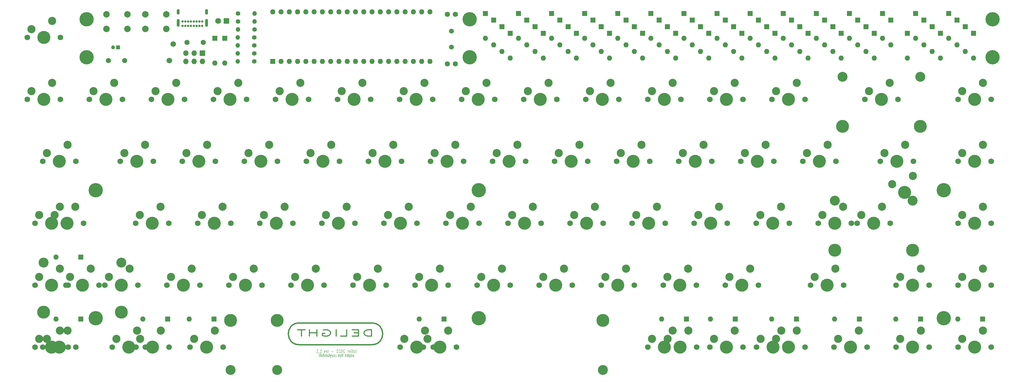
<source format=gbs>
G04 #@! TF.GenerationSoftware,KiCad,Pcbnew,(5.1.10)-1*
G04 #@! TF.CreationDate,2021-10-13T00:14:03-04:00*
G04 #@! TF.ProjectId,delight-pcb,64656c69-6768-4742-9d70-63622e6b6963,rev?*
G04 #@! TF.SameCoordinates,Original*
G04 #@! TF.FileFunction,Soldermask,Bot*
G04 #@! TF.FilePolarity,Negative*
%FSLAX46Y46*%
G04 Gerber Fmt 4.6, Leading zero omitted, Abs format (unit mm)*
G04 Created by KiCad (PCBNEW (5.1.10)-1) date 2021-10-13 00:14:03*
%MOMM*%
%LPD*%
G01*
G04 APERTURE LIST*
%ADD10C,0.125000*%
%ADD11C,0.350000*%
%ADD12C,0.400000*%
%ADD13C,1.710000*%
%ADD14O,1.600000X1.600000*%
%ADD15R,1.600000X1.600000*%
%ADD16C,4.400000*%
%ADD17C,3.048000*%
%ADD18C,3.987800*%
%ADD19C,1.750000*%
%ADD20C,4.000000*%
%ADD21C,2.500000*%
%ADD22O,1.400000X1.400000*%
%ADD23C,1.400000*%
%ADD24C,1.200000*%
%ADD25R,1.200000X1.200000*%
%ADD26C,1.600000*%
%ADD27C,1.500000*%
%ADD28C,1.800000*%
%ADD29R,1.800000X1.800000*%
%ADD30O,1.700000X1.700000*%
%ADD31R,1.700000X1.700000*%
%ADD32C,2.000000*%
%ADD33O,0.900000X1.700000*%
%ADD34O,0.900000X2.400000*%
%ADD35C,0.700000*%
G04 APERTURE END LIST*
D10*
X169238761Y-185364380D02*
X169238761Y-184840571D01*
X169262571Y-184745333D01*
X169310190Y-184697714D01*
X169405428Y-184697714D01*
X169453047Y-184745333D01*
X169238761Y-185316761D02*
X169286380Y-185364380D01*
X169405428Y-185364380D01*
X169453047Y-185316761D01*
X169476857Y-185221523D01*
X169476857Y-185126285D01*
X169453047Y-185031047D01*
X169405428Y-184983428D01*
X169286380Y-184983428D01*
X169238761Y-184935809D01*
X168786380Y-185364380D02*
X168786380Y-184364380D01*
X168786380Y-185316761D02*
X168834000Y-185364380D01*
X168929238Y-185364380D01*
X168976857Y-185316761D01*
X169000666Y-185269142D01*
X169024476Y-185173904D01*
X169024476Y-184888190D01*
X169000666Y-184792952D01*
X168976857Y-184745333D01*
X168929238Y-184697714D01*
X168834000Y-184697714D01*
X168786380Y-184745333D01*
X168334000Y-185364380D02*
X168334000Y-184840571D01*
X168357809Y-184745333D01*
X168405428Y-184697714D01*
X168500666Y-184697714D01*
X168548285Y-184745333D01*
X168334000Y-185316761D02*
X168381619Y-185364380D01*
X168500666Y-185364380D01*
X168548285Y-185316761D01*
X168572095Y-185221523D01*
X168572095Y-185126285D01*
X168548285Y-185031047D01*
X168500666Y-184983428D01*
X168381619Y-184983428D01*
X168334000Y-184935809D01*
X168095904Y-184697714D02*
X168095904Y-185697714D01*
X168095904Y-184745333D02*
X168048285Y-184697714D01*
X167953047Y-184697714D01*
X167905428Y-184745333D01*
X167881619Y-184792952D01*
X167857809Y-184888190D01*
X167857809Y-185173904D01*
X167881619Y-185269142D01*
X167905428Y-185316761D01*
X167953047Y-185364380D01*
X168048285Y-185364380D01*
X168095904Y-185316761D01*
X167714952Y-184697714D02*
X167524476Y-184697714D01*
X167643523Y-184364380D02*
X167643523Y-185221523D01*
X167619714Y-185316761D01*
X167572095Y-185364380D01*
X167524476Y-185364380D01*
X167167333Y-185316761D02*
X167214952Y-185364380D01*
X167310190Y-185364380D01*
X167357809Y-185316761D01*
X167381619Y-185221523D01*
X167381619Y-184840571D01*
X167357809Y-184745333D01*
X167310190Y-184697714D01*
X167214952Y-184697714D01*
X167167333Y-184745333D01*
X167143523Y-184840571D01*
X167143523Y-184935809D01*
X167381619Y-185031047D01*
X166714952Y-185364380D02*
X166714952Y-184364380D01*
X166714952Y-185316761D02*
X166762571Y-185364380D01*
X166857809Y-185364380D01*
X166905428Y-185316761D01*
X166929238Y-185269142D01*
X166953047Y-185173904D01*
X166953047Y-184888190D01*
X166929238Y-184792952D01*
X166905428Y-184745333D01*
X166857809Y-184697714D01*
X166762571Y-184697714D01*
X166714952Y-184745333D01*
X166167333Y-184697714D02*
X165976857Y-184697714D01*
X166095904Y-185364380D02*
X166095904Y-184507238D01*
X166072095Y-184412000D01*
X166024476Y-184364380D01*
X165976857Y-184364380D01*
X165810190Y-185364380D02*
X165810190Y-184697714D01*
X165810190Y-184888190D02*
X165786380Y-184792952D01*
X165762571Y-184745333D01*
X165714952Y-184697714D01*
X165667333Y-184697714D01*
X165429238Y-185364380D02*
X165476857Y-185316761D01*
X165500666Y-185269142D01*
X165524476Y-185173904D01*
X165524476Y-184888190D01*
X165500666Y-184792952D01*
X165476857Y-184745333D01*
X165429238Y-184697714D01*
X165357809Y-184697714D01*
X165310190Y-184745333D01*
X165286380Y-184792952D01*
X165262571Y-184888190D01*
X165262571Y-185173904D01*
X165286380Y-185269142D01*
X165310190Y-185316761D01*
X165357809Y-185364380D01*
X165429238Y-185364380D01*
X165048285Y-185364380D02*
X165048285Y-184697714D01*
X165048285Y-184792952D02*
X165024476Y-184745333D01*
X164976857Y-184697714D01*
X164905428Y-184697714D01*
X164857809Y-184745333D01*
X164834000Y-184840571D01*
X164834000Y-185364380D01*
X164834000Y-184840571D02*
X164810190Y-184745333D01*
X164762571Y-184697714D01*
X164691142Y-184697714D01*
X164643523Y-184745333D01*
X164619714Y-184840571D01*
X164619714Y-185364380D01*
X163786380Y-185316761D02*
X163834000Y-185364380D01*
X163929238Y-185364380D01*
X163976857Y-185316761D01*
X164000666Y-185269142D01*
X164024476Y-185173904D01*
X164024476Y-184888190D01*
X164000666Y-184792952D01*
X163976857Y-184745333D01*
X163929238Y-184697714D01*
X163834000Y-184697714D01*
X163786380Y-184745333D01*
X163500666Y-185364380D02*
X163548285Y-185316761D01*
X163572095Y-185269142D01*
X163595904Y-185173904D01*
X163595904Y-184888190D01*
X163572095Y-184792952D01*
X163548285Y-184745333D01*
X163500666Y-184697714D01*
X163429238Y-184697714D01*
X163381619Y-184745333D01*
X163357809Y-184792952D01*
X163334000Y-184888190D01*
X163334000Y-185173904D01*
X163357809Y-185269142D01*
X163381619Y-185316761D01*
X163429238Y-185364380D01*
X163500666Y-185364380D01*
X163143523Y-185316761D02*
X163095904Y-185364380D01*
X163000666Y-185364380D01*
X162953047Y-185316761D01*
X162929238Y-185221523D01*
X162929238Y-185173904D01*
X162953047Y-185078666D01*
X163000666Y-185031047D01*
X163072095Y-185031047D01*
X163119714Y-184983428D01*
X163143523Y-184888190D01*
X163143523Y-184840571D01*
X163119714Y-184745333D01*
X163072095Y-184697714D01*
X163000666Y-184697714D01*
X162953047Y-184745333D01*
X162524476Y-185316761D02*
X162572095Y-185364380D01*
X162667333Y-185364380D01*
X162714952Y-185316761D01*
X162738761Y-185221523D01*
X162738761Y-184840571D01*
X162714952Y-184745333D01*
X162667333Y-184697714D01*
X162572095Y-184697714D01*
X162524476Y-184745333D01*
X162500666Y-184840571D01*
X162500666Y-184935809D01*
X162738761Y-185031047D01*
X162334000Y-184697714D02*
X162214952Y-185364380D01*
X162095904Y-184697714D02*
X162214952Y-185364380D01*
X162262571Y-185602476D01*
X162286380Y-185650095D01*
X162334000Y-185697714D01*
X161976857Y-184697714D02*
X161786380Y-184697714D01*
X161905428Y-185364380D02*
X161905428Y-184507238D01*
X161881619Y-184412000D01*
X161834000Y-184364380D01*
X161786380Y-184364380D01*
X161405428Y-185364380D02*
X161405428Y-184840571D01*
X161429238Y-184745333D01*
X161476857Y-184697714D01*
X161572095Y-184697714D01*
X161619714Y-184745333D01*
X161405428Y-185316761D02*
X161453047Y-185364380D01*
X161572095Y-185364380D01*
X161619714Y-185316761D01*
X161643523Y-185221523D01*
X161643523Y-185126285D01*
X161619714Y-185031047D01*
X161572095Y-184983428D01*
X161453047Y-184983428D01*
X161405428Y-184935809D01*
X161167333Y-184697714D02*
X161167333Y-185364380D01*
X161167333Y-184792952D02*
X161143523Y-184745333D01*
X161095904Y-184697714D01*
X161024476Y-184697714D01*
X160976857Y-184745333D01*
X160953047Y-184840571D01*
X160953047Y-185364380D01*
X160714952Y-184697714D02*
X160714952Y-185364380D01*
X160714952Y-184792952D02*
X160691142Y-184745333D01*
X160643523Y-184697714D01*
X160572095Y-184697714D01*
X160524476Y-184745333D01*
X160500666Y-184840571D01*
X160500666Y-185364380D01*
X160262571Y-185364380D02*
X160262571Y-184697714D01*
X160262571Y-184364380D02*
X160286380Y-184412000D01*
X160262571Y-184459619D01*
X160238761Y-184412000D01*
X160262571Y-184364380D01*
X160262571Y-184459619D01*
X160095904Y-184697714D02*
X159905428Y-184697714D01*
X160024476Y-184364380D02*
X160024476Y-185221523D01*
X160000666Y-185316761D01*
X159953047Y-185364380D01*
X159905428Y-185364380D01*
X159524476Y-184697714D02*
X159524476Y-185364380D01*
X159738761Y-184697714D02*
X159738761Y-185221523D01*
X159714952Y-185316761D01*
X159667333Y-185364380D01*
X159595904Y-185364380D01*
X159548285Y-185316761D01*
X159524476Y-185269142D01*
X159357809Y-184697714D02*
X159167333Y-184697714D01*
X159286380Y-184364380D02*
X159286380Y-185221523D01*
X159262571Y-185316761D01*
X159214952Y-185364380D01*
X159167333Y-185364380D01*
X159072095Y-184697714D02*
X158881619Y-184697714D01*
X159000666Y-184364380D02*
X159000666Y-185221523D01*
X158976857Y-185316761D01*
X158929238Y-185364380D01*
X158881619Y-185364380D01*
X158714952Y-185364380D02*
X158714952Y-184697714D01*
X158714952Y-184364380D02*
X158738761Y-184412000D01*
X158714952Y-184459619D01*
X158691142Y-184412000D01*
X158714952Y-184364380D01*
X158714952Y-184459619D01*
X170048285Y-184094380D02*
X170119714Y-184046761D01*
X170155428Y-183951523D01*
X170155428Y-183094380D01*
X169655428Y-184094380D02*
X169726857Y-184046761D01*
X169762571Y-183999142D01*
X169798285Y-183903904D01*
X169798285Y-183618190D01*
X169762571Y-183522952D01*
X169726857Y-183475333D01*
X169655428Y-183427714D01*
X169548285Y-183427714D01*
X169476857Y-183475333D01*
X169441142Y-183522952D01*
X169405428Y-183618190D01*
X169405428Y-183903904D01*
X169441142Y-183999142D01*
X169476857Y-184046761D01*
X169548285Y-184094380D01*
X169655428Y-184094380D01*
X169191142Y-183427714D02*
X168905428Y-183427714D01*
X169084000Y-183094380D02*
X169084000Y-183951523D01*
X169048285Y-184046761D01*
X168976857Y-184094380D01*
X168905428Y-184094380D01*
X168655428Y-184094380D02*
X168655428Y-183427714D01*
X168655428Y-183094380D02*
X168691142Y-183142000D01*
X168655428Y-183189619D01*
X168619714Y-183142000D01*
X168655428Y-183094380D01*
X168655428Y-183189619D01*
X168012571Y-184046761D02*
X168084000Y-184094380D01*
X168226857Y-184094380D01*
X168298285Y-184046761D01*
X168334000Y-183951523D01*
X168334000Y-183570571D01*
X168298285Y-183475333D01*
X168226857Y-183427714D01*
X168084000Y-183427714D01*
X168012571Y-183475333D01*
X167976857Y-183570571D01*
X167976857Y-183665809D01*
X168334000Y-183761047D01*
X167655428Y-184094380D02*
X167655428Y-183427714D01*
X167655428Y-183618190D02*
X167619714Y-183522952D01*
X167584000Y-183475333D01*
X167512571Y-183427714D01*
X167441142Y-183427714D01*
X166655428Y-183189619D02*
X166619714Y-183142000D01*
X166548285Y-183094380D01*
X166369714Y-183094380D01*
X166298285Y-183142000D01*
X166262571Y-183189619D01*
X166226857Y-183284857D01*
X166226857Y-183380095D01*
X166262571Y-183522952D01*
X166691142Y-184094380D01*
X166226857Y-184094380D01*
X165762571Y-183094380D02*
X165691142Y-183094380D01*
X165619714Y-183142000D01*
X165584000Y-183189619D01*
X165548285Y-183284857D01*
X165512571Y-183475333D01*
X165512571Y-183713428D01*
X165548285Y-183903904D01*
X165584000Y-183999142D01*
X165619714Y-184046761D01*
X165691142Y-184094380D01*
X165762571Y-184094380D01*
X165834000Y-184046761D01*
X165869714Y-183999142D01*
X165905428Y-183903904D01*
X165941142Y-183713428D01*
X165941142Y-183475333D01*
X165905428Y-183284857D01*
X165869714Y-183189619D01*
X165834000Y-183142000D01*
X165762571Y-183094380D01*
X165226857Y-183189619D02*
X165191142Y-183142000D01*
X165119714Y-183094380D01*
X164941142Y-183094380D01*
X164869714Y-183142000D01*
X164834000Y-183189619D01*
X164798285Y-183284857D01*
X164798285Y-183380095D01*
X164834000Y-183522952D01*
X165262571Y-184094380D01*
X164798285Y-184094380D01*
X164084000Y-184094380D02*
X164512571Y-184094380D01*
X164298285Y-184094380D02*
X164298285Y-183094380D01*
X164369714Y-183237238D01*
X164441142Y-183332476D01*
X164512571Y-183380095D01*
X163191142Y-183713428D02*
X162619714Y-183713428D01*
X161691142Y-184094380D02*
X161691142Y-183427714D01*
X161691142Y-183618190D02*
X161655428Y-183522952D01*
X161619714Y-183475333D01*
X161548285Y-183427714D01*
X161476857Y-183427714D01*
X160941142Y-184046761D02*
X161012571Y-184094380D01*
X161155428Y-184094380D01*
X161226857Y-184046761D01*
X161262571Y-183951523D01*
X161262571Y-183570571D01*
X161226857Y-183475333D01*
X161155428Y-183427714D01*
X161012571Y-183427714D01*
X160941142Y-183475333D01*
X160905428Y-183570571D01*
X160905428Y-183665809D01*
X161262571Y-183761047D01*
X160655428Y-183427714D02*
X160476857Y-184094380D01*
X160298285Y-183427714D01*
X159048285Y-184094380D02*
X159476857Y-184094380D01*
X159262571Y-184094380D02*
X159262571Y-183094380D01*
X159334000Y-183237238D01*
X159405428Y-183332476D01*
X159476857Y-183380095D01*
X158726857Y-183999142D02*
X158691142Y-184046761D01*
X158726857Y-184094380D01*
X158762571Y-184046761D01*
X158726857Y-183999142D01*
X158726857Y-184094380D01*
X157976857Y-184094380D02*
X158405428Y-184094380D01*
X158191142Y-184094380D02*
X158191142Y-183094380D01*
X158262571Y-183237238D01*
X158334000Y-183332476D01*
X158405428Y-183380095D01*
D11*
X174878763Y-179016971D02*
X174878763Y-177016971D01*
X173926382Y-177016971D01*
X173354953Y-177112210D01*
X172974001Y-177302686D01*
X172783524Y-177493162D01*
X172593048Y-177874114D01*
X172593048Y-178159829D01*
X172783524Y-178540781D01*
X172974001Y-178731257D01*
X173354953Y-178921733D01*
X173926382Y-179016971D01*
X174878763Y-179016971D01*
X170878763Y-177969352D02*
X169545429Y-177969352D01*
X168974001Y-179016971D02*
X170878763Y-179016971D01*
X170878763Y-177016971D01*
X168974001Y-177016971D01*
X165354953Y-179016971D02*
X167259715Y-179016971D01*
X167259715Y-177016971D01*
X164021620Y-179016971D02*
X164021620Y-177016971D01*
X160021620Y-177112210D02*
X160402572Y-177016971D01*
X160974001Y-177016971D01*
X161545429Y-177112210D01*
X161926382Y-177302686D01*
X162116858Y-177493162D01*
X162307334Y-177874114D01*
X162307334Y-178159829D01*
X162116858Y-178540781D01*
X161926382Y-178731257D01*
X161545429Y-178921733D01*
X160974001Y-179016971D01*
X160593048Y-179016971D01*
X160021620Y-178921733D01*
X159831144Y-178826495D01*
X159831144Y-178159829D01*
X160593048Y-178159829D01*
X158116858Y-179016971D02*
X158116858Y-177016971D01*
X158116858Y-177969352D02*
X155831144Y-177969352D01*
X155831144Y-179016971D02*
X155831144Y-177016971D01*
X154497810Y-177016971D02*
X152212096Y-177016971D01*
X153354953Y-179016971D02*
X153354953Y-177016971D01*
D12*
X174941144Y-174952210D02*
X152661144Y-174952210D01*
X174961144Y-181632210D02*
X152661144Y-181632210D01*
X174971144Y-181632210D02*
G75*
G03*
X174971144Y-174952210I0J3340000D01*
G01*
X152671144Y-174952210D02*
G75*
G03*
X152671144Y-181632210I0J-3340000D01*
G01*
D13*
X113976000Y-89134000D03*
X112776000Y-94234000D03*
D14*
X354838000Y-173736000D03*
D15*
X362458000Y-173736000D03*
D14*
X335788000Y-173736000D03*
D15*
X343408000Y-173736000D03*
D14*
X316992000Y-173736000D03*
D15*
X324612000Y-173736000D03*
D14*
X297688000Y-173736000D03*
D15*
X305308000Y-173736000D03*
D14*
X278892000Y-173736000D03*
D15*
X286512000Y-173736000D03*
D14*
X263906000Y-173736000D03*
D15*
X271526000Y-173736000D03*
D14*
X189484000Y-173736000D03*
D15*
X197104000Y-173736000D03*
D14*
X118872000Y-173736000D03*
D15*
X126492000Y-173736000D03*
D14*
X104648000Y-173736000D03*
D15*
X112268000Y-173736000D03*
D14*
X77978000Y-173736000D03*
D15*
X85598000Y-173736000D03*
D14*
X77978000Y-154686000D03*
D15*
X85598000Y-154686000D03*
D16*
X207768000Y-173482000D03*
D17*
X98118000Y-156365000D03*
X74242000Y-156365000D03*
D18*
X98118000Y-171605000D03*
X74242000Y-171605000D03*
D17*
X340998000Y-137325000D03*
X317122000Y-137325000D03*
D18*
X340998000Y-152565000D03*
X317122000Y-152565000D03*
D17*
X343328000Y-99225000D03*
X319452000Y-99225000D03*
D18*
X343328000Y-114465000D03*
X319452000Y-114465000D03*
X145872000Y-174145000D03*
X245872000Y-174145000D03*
D17*
X145872000Y-189385000D03*
X245872000Y-189385000D03*
X245872000Y-189385000D03*
D18*
X131572000Y-174145000D03*
D17*
X131572000Y-189385000D03*
D18*
X245872000Y-174145000D03*
D19*
X336470000Y-106210000D03*
X326310000Y-106210000D03*
D20*
X331390000Y-106210000D03*
D21*
X333930000Y-101130000D03*
X327580000Y-103670000D03*
D19*
X288890000Y-182400000D03*
X278730000Y-182400000D03*
D20*
X283810000Y-182400000D03*
D21*
X286350000Y-177320000D03*
X280000000Y-179860000D03*
D19*
X303230000Y-182400000D03*
X293070000Y-182400000D03*
D20*
X298150000Y-182400000D03*
D21*
X300690000Y-177320000D03*
X294340000Y-179860000D03*
D19*
X274650000Y-182400000D03*
X264490000Y-182400000D03*
D20*
X269570000Y-182400000D03*
D21*
X272110000Y-177320000D03*
X265760000Y-179860000D03*
D19*
X269840000Y-182400000D03*
X259680000Y-182400000D03*
D20*
X264760000Y-182400000D03*
D21*
X267300000Y-177320000D03*
X260950000Y-179860000D03*
D19*
X129340000Y-182400000D03*
X119180000Y-182400000D03*
D20*
X124260000Y-182400000D03*
D21*
X126800000Y-177320000D03*
X120450000Y-179860000D03*
D19*
X105410000Y-182400000D03*
X95250000Y-182400000D03*
D20*
X100330000Y-182400000D03*
D21*
X102870000Y-177320000D03*
X96520000Y-179860000D03*
D19*
X112700000Y-182400000D03*
X102540000Y-182400000D03*
D20*
X107620000Y-182400000D03*
D21*
X110160000Y-177320000D03*
X103810000Y-179860000D03*
D19*
X319850000Y-163330000D03*
X309690000Y-163330000D03*
D20*
X314770000Y-163330000D03*
D21*
X317310000Y-158250000D03*
X310960000Y-160790000D03*
D19*
X334140000Y-144310000D03*
X323980000Y-144310000D03*
D20*
X329060000Y-144310000D03*
D21*
X331600000Y-139230000D03*
X325250000Y-141770000D03*
D20*
X338570000Y-134780000D03*
D21*
X341110000Y-129700000D03*
X334760000Y-132240000D03*
D19*
X341280000Y-125270000D03*
X331120000Y-125270000D03*
D20*
X336200000Y-125270000D03*
D21*
X338740000Y-120190000D03*
X332390000Y-122730000D03*
D19*
X81720000Y-182400000D03*
X71560000Y-182400000D03*
D20*
X76640000Y-182400000D03*
D21*
X79180000Y-177320000D03*
X72830000Y-179860000D03*
D19*
X84074000Y-182400000D03*
X73914000Y-182400000D03*
D20*
X78994000Y-182400000D03*
D21*
X81534000Y-177320000D03*
X75184000Y-179860000D03*
D19*
X91260000Y-163350000D03*
X81100000Y-163350000D03*
D20*
X86180000Y-163350000D03*
D21*
X88720000Y-158270000D03*
X82370000Y-160810000D03*
D19*
X81718000Y-163350000D03*
X71558000Y-163350000D03*
D20*
X76638000Y-163350000D03*
D21*
X79178000Y-158270000D03*
X72828000Y-160810000D03*
D19*
X86510000Y-144300000D03*
X76350000Y-144300000D03*
D20*
X81430000Y-144300000D03*
D21*
X83970000Y-139220000D03*
X77620000Y-141760000D03*
D19*
X81718000Y-144300000D03*
X71558000Y-144300000D03*
D20*
X76638000Y-144300000D03*
D21*
X79178000Y-139220000D03*
X72828000Y-141760000D03*
D19*
X84120000Y-125250000D03*
X73960000Y-125250000D03*
D20*
X79040000Y-125250000D03*
D21*
X81580000Y-120170000D03*
X75230000Y-122710000D03*
D19*
X250793250Y-106203750D03*
X240633250Y-106203750D03*
D20*
X245713250Y-106203750D03*
D21*
X248253250Y-101123750D03*
X241903250Y-103663750D03*
D19*
X136493250Y-106203750D03*
X126333250Y-106203750D03*
D20*
X131413250Y-106203750D03*
D21*
X133953250Y-101123750D03*
X127603250Y-103663750D03*
D19*
X322230750Y-144303750D03*
X312070750Y-144303750D03*
D20*
X317150750Y-144303750D03*
D21*
X319690750Y-139223750D03*
X313340750Y-141763750D03*
D19*
X103155750Y-163350000D03*
X92995750Y-163350000D03*
D20*
X98075750Y-163350000D03*
D21*
X100615750Y-158270000D03*
X94265750Y-160810000D03*
D19*
X193802000Y-182400000D03*
X183642000Y-182400000D03*
D20*
X188722000Y-182400000D03*
D21*
X191262000Y-177320000D03*
X184912000Y-179860000D03*
D19*
X307943250Y-106203750D03*
X297783250Y-106203750D03*
D20*
X302863250Y-106203750D03*
D21*
X305403250Y-101123750D03*
X299053250Y-103663750D03*
D19*
X146018250Y-125253750D03*
X135858250Y-125253750D03*
D20*
X140938250Y-125253750D03*
D21*
X143478250Y-120173750D03*
X137128250Y-122713750D03*
D19*
X79343250Y-106203750D03*
X69183250Y-106203750D03*
D20*
X74263250Y-106203750D03*
D21*
X76803250Y-101123750D03*
X70453250Y-103663750D03*
D19*
X98393250Y-106203750D03*
X88233250Y-106203750D03*
D20*
X93313250Y-106203750D03*
D21*
X95853250Y-101123750D03*
X89503250Y-103663750D03*
D19*
X117443250Y-106203750D03*
X107283250Y-106203750D03*
D20*
X112363250Y-106203750D03*
D21*
X114903250Y-101123750D03*
X108553250Y-103663750D03*
D19*
X155543250Y-106203750D03*
X145383250Y-106203750D03*
D20*
X150463250Y-106203750D03*
D21*
X153003250Y-101123750D03*
X146653250Y-103663750D03*
D19*
X174593250Y-106203750D03*
X164433250Y-106203750D03*
D20*
X169513250Y-106203750D03*
D21*
X172053250Y-101123750D03*
X165703250Y-103663750D03*
D19*
X193643250Y-106203750D03*
X183483250Y-106203750D03*
D20*
X188563250Y-106203750D03*
D21*
X191103250Y-101123750D03*
X184753250Y-103663750D03*
D19*
X212693250Y-106203750D03*
X202533250Y-106203750D03*
D20*
X207613250Y-106203750D03*
D21*
X210153250Y-101123750D03*
X203803250Y-103663750D03*
D19*
X231743250Y-106203750D03*
X221583250Y-106203750D03*
D20*
X226663250Y-106203750D03*
D21*
X229203250Y-101123750D03*
X222853250Y-103663750D03*
D19*
X269843250Y-106203750D03*
X259683250Y-106203750D03*
D20*
X264763250Y-106203750D03*
D21*
X267303250Y-101123750D03*
X260953250Y-103663750D03*
D19*
X288893250Y-106203750D03*
X278733250Y-106203750D03*
D20*
X283813250Y-106203750D03*
D21*
X286353250Y-101123750D03*
X280003250Y-103663750D03*
D19*
X365093250Y-106203750D03*
X354933250Y-106203750D03*
D20*
X360013250Y-106203750D03*
D21*
X362553250Y-101123750D03*
X356203250Y-103663750D03*
D19*
X107918250Y-125253750D03*
X97758250Y-125253750D03*
D20*
X102838250Y-125253750D03*
D21*
X105378250Y-120173750D03*
X99028250Y-122713750D03*
D19*
X126968250Y-125253750D03*
X116808250Y-125253750D03*
D20*
X121888250Y-125253750D03*
D21*
X124428250Y-120173750D03*
X118078250Y-122713750D03*
D19*
X165068250Y-125253750D03*
X154908250Y-125253750D03*
D20*
X159988250Y-125253750D03*
D21*
X162528250Y-120173750D03*
X156178250Y-122713750D03*
D19*
X184118250Y-125253750D03*
X173958250Y-125253750D03*
D20*
X179038250Y-125253750D03*
D21*
X181578250Y-120173750D03*
X175228250Y-122713750D03*
D19*
X203168250Y-125253750D03*
X193008250Y-125253750D03*
D20*
X198088250Y-125253750D03*
D21*
X200628250Y-120173750D03*
X194278250Y-122713750D03*
D19*
X222218250Y-125253750D03*
X212058250Y-125253750D03*
D20*
X217138250Y-125253750D03*
D21*
X219678250Y-120173750D03*
X213328250Y-122713750D03*
D19*
X241268250Y-125253750D03*
X231108250Y-125253750D03*
D20*
X236188250Y-125253750D03*
D21*
X238728250Y-120173750D03*
X232378250Y-122713750D03*
D19*
X260318250Y-125253750D03*
X250158250Y-125253750D03*
D20*
X255238250Y-125253750D03*
D21*
X257778250Y-120173750D03*
X251428250Y-122713750D03*
D19*
X279368250Y-125253750D03*
X269208250Y-125253750D03*
D20*
X274288250Y-125253750D03*
D21*
X276828250Y-120173750D03*
X270478250Y-122713750D03*
D19*
X298418250Y-125253750D03*
X288258250Y-125253750D03*
D20*
X293338250Y-125253750D03*
D21*
X295878250Y-120173750D03*
X289528250Y-122713750D03*
D19*
X317468250Y-125253750D03*
X307308250Y-125253750D03*
D20*
X312388250Y-125253750D03*
D21*
X314928250Y-120173750D03*
X308578250Y-122713750D03*
D19*
X365093250Y-125253750D03*
X354933250Y-125253750D03*
D20*
X360013250Y-125253750D03*
D21*
X362553250Y-120173750D03*
X356203250Y-122713750D03*
D19*
X112680750Y-144303750D03*
X102520750Y-144303750D03*
D20*
X107600750Y-144303750D03*
D21*
X110140750Y-139223750D03*
X103790750Y-141763750D03*
D19*
X131730750Y-144303750D03*
X121570750Y-144303750D03*
D20*
X126650750Y-144303750D03*
D21*
X129190750Y-139223750D03*
X122840750Y-141763750D03*
D19*
X150780750Y-144303750D03*
X140620750Y-144303750D03*
D20*
X145700750Y-144303750D03*
D21*
X148240750Y-139223750D03*
X141890750Y-141763750D03*
D19*
X169830250Y-144303750D03*
X159670250Y-144303750D03*
D20*
X164750250Y-144303750D03*
D21*
X167290250Y-139223750D03*
X160940250Y-141763750D03*
D19*
X188880250Y-144303750D03*
X178720250Y-144303750D03*
D20*
X183800250Y-144303750D03*
D21*
X186340250Y-139223750D03*
X179990250Y-141763750D03*
D19*
X207930250Y-144303750D03*
X197770250Y-144303750D03*
D20*
X202850250Y-144303750D03*
D21*
X205390250Y-139223750D03*
X199040250Y-141763750D03*
D19*
X226980250Y-144303750D03*
X216820250Y-144303750D03*
D20*
X221900250Y-144303750D03*
D21*
X224440250Y-139223750D03*
X218090250Y-141763750D03*
D19*
X246030250Y-144303750D03*
X235870250Y-144303750D03*
D20*
X240950250Y-144303750D03*
D21*
X243490250Y-139223750D03*
X237140250Y-141763750D03*
D19*
X265080250Y-144303750D03*
X254920250Y-144303750D03*
D20*
X260000250Y-144303750D03*
D21*
X262540250Y-139223750D03*
X256190250Y-141763750D03*
D19*
X284130250Y-144303750D03*
X273970250Y-144303750D03*
D20*
X279050250Y-144303750D03*
D21*
X281590250Y-139223750D03*
X275240250Y-141763750D03*
D19*
X303180250Y-144303750D03*
X293020250Y-144303750D03*
D20*
X298100250Y-144303750D03*
D21*
X300640250Y-139223750D03*
X294290250Y-141763750D03*
D19*
X365093250Y-144303750D03*
X354933250Y-144303750D03*
D20*
X360013250Y-144303750D03*
D21*
X362553250Y-139223750D03*
X356203250Y-141763750D03*
D19*
X122205750Y-163353750D03*
X112045750Y-163353750D03*
D20*
X117125750Y-163353750D03*
D21*
X119665750Y-158273750D03*
X113315750Y-160813750D03*
D19*
X141255750Y-163353750D03*
X131095750Y-163353750D03*
D20*
X136175750Y-163353750D03*
D21*
X138715750Y-158273750D03*
X132365750Y-160813750D03*
D19*
X160305750Y-163353750D03*
X150145750Y-163353750D03*
D20*
X155225750Y-163353750D03*
D21*
X157765750Y-158273750D03*
X151415750Y-160813750D03*
D19*
X179356250Y-163353750D03*
X169196250Y-163353750D03*
D20*
X174276250Y-163353750D03*
D21*
X176816250Y-158273750D03*
X170466250Y-160813750D03*
D19*
X198406250Y-163353750D03*
X188246250Y-163353750D03*
D20*
X193326250Y-163353750D03*
D21*
X195866250Y-158273750D03*
X189516250Y-160813750D03*
D19*
X217456250Y-163353750D03*
X207296250Y-163353750D03*
D20*
X212376250Y-163353750D03*
D21*
X214916250Y-158273750D03*
X208566250Y-160813750D03*
D19*
X236506250Y-163353750D03*
X226346250Y-163353750D03*
D20*
X231426250Y-163353750D03*
D21*
X233966250Y-158273750D03*
X227616250Y-160813750D03*
D19*
X255556250Y-163353750D03*
X245396250Y-163353750D03*
D20*
X250476250Y-163353750D03*
D21*
X253016250Y-158273750D03*
X246666250Y-160813750D03*
D19*
X274606250Y-163353750D03*
X264446250Y-163353750D03*
D20*
X269526250Y-163353750D03*
D21*
X272066250Y-158273750D03*
X265716250Y-160813750D03*
D19*
X293656250Y-163353750D03*
X283496250Y-163353750D03*
D20*
X288576250Y-163353750D03*
D21*
X291116250Y-158273750D03*
X284766250Y-160813750D03*
D19*
X346043250Y-163353750D03*
X335883250Y-163353750D03*
D20*
X340963250Y-163353750D03*
D21*
X343503250Y-158273750D03*
X337153250Y-160813750D03*
D19*
X365093250Y-163353750D03*
X354933250Y-163353750D03*
D20*
X360013250Y-163353750D03*
D21*
X362553250Y-158273750D03*
X356203250Y-160813750D03*
D19*
X200952000Y-182400000D03*
X190792000Y-182400000D03*
D20*
X195872000Y-182400000D03*
D21*
X198412000Y-177320000D03*
X192062000Y-179860000D03*
D19*
X326993250Y-182400000D03*
X316833250Y-182400000D03*
D20*
X321913250Y-182400000D03*
D21*
X324453250Y-177320000D03*
X318103250Y-179860000D03*
D19*
X346043250Y-182400000D03*
X335883250Y-182400000D03*
D20*
X340963250Y-182400000D03*
D21*
X343503250Y-177320000D03*
X337153250Y-179860000D03*
D19*
X365093250Y-182400000D03*
X354933250Y-182400000D03*
D20*
X360013250Y-182400000D03*
D21*
X362553250Y-177320000D03*
X356203250Y-179860000D03*
D19*
X307943528Y-182400000D03*
X297783528Y-182400000D03*
D20*
X302863528Y-182400000D03*
D21*
X305403528Y-177320000D03*
X299053528Y-179860000D03*
D19*
X79343250Y-87152000D03*
X69183250Y-87152000D03*
D20*
X74263250Y-87152000D03*
D21*
X76803250Y-82072000D03*
X70453250Y-84612000D03*
D22*
X133816316Y-92032665D03*
D23*
X138896316Y-92032665D03*
D22*
X133816316Y-89577332D03*
D23*
X138896316Y-89577332D03*
D22*
X133816316Y-87121999D03*
D23*
X138896316Y-87121999D03*
D22*
X133858000Y-84666666D03*
D23*
X138938000Y-84666666D03*
D22*
X138938000Y-79756000D03*
D23*
X133858000Y-79756000D03*
D22*
X138938000Y-82211333D03*
D23*
X133858000Y-82211333D03*
D22*
X133816316Y-94488000D03*
D23*
X138896316Y-94488000D03*
D24*
X95528000Y-90170000D03*
D25*
X97028000Y-90170000D03*
D26*
X118190000Y-88646000D03*
X123190000Y-88646000D03*
X94060000Y-94234000D03*
X99060000Y-94234000D03*
X198140000Y-80010000D03*
X200640000Y-80010000D03*
X198140000Y-95250000D03*
X200640000Y-95250000D03*
D27*
X199390000Y-85200000D03*
X199390000Y-90080000D03*
D28*
X127762000Y-82042000D03*
D29*
X130302000Y-82042000D03*
D30*
X117856000Y-94488000D03*
X117856000Y-91948000D03*
X120396000Y-94488000D03*
X120396000Y-91948000D03*
X122936000Y-94488000D03*
D31*
X122936000Y-91948000D03*
D14*
X144526000Y-79248000D03*
X192786000Y-94488000D03*
X147066000Y-79248000D03*
X190246000Y-94488000D03*
X149606000Y-79248000D03*
X187706000Y-94488000D03*
X152146000Y-79248000D03*
X185166000Y-94488000D03*
X154686000Y-79248000D03*
X182626000Y-94488000D03*
X157226000Y-79248000D03*
X180086000Y-94488000D03*
X159766000Y-79248000D03*
X177546000Y-94488000D03*
X162306000Y-79248000D03*
X175006000Y-94488000D03*
X164846000Y-79248000D03*
X172466000Y-94488000D03*
X167386000Y-79248000D03*
X169926000Y-94488000D03*
X169926000Y-79248000D03*
X167386000Y-94488000D03*
X172466000Y-79248000D03*
X164846000Y-94488000D03*
X175006000Y-79248000D03*
X162306000Y-94488000D03*
X177546000Y-79248000D03*
X159766000Y-94488000D03*
X180086000Y-79248000D03*
X157226000Y-94488000D03*
X182626000Y-79248000D03*
X154686000Y-94488000D03*
X185166000Y-79248000D03*
X152146000Y-94488000D03*
X187706000Y-79248000D03*
X149606000Y-94488000D03*
X190246000Y-79248000D03*
X147066000Y-94488000D03*
X192786000Y-79248000D03*
D15*
X144526000Y-94488000D03*
D14*
X339344000Y-93472000D03*
D15*
X339344000Y-85852000D03*
D14*
X222504000Y-89376000D03*
D15*
X222504000Y-81756000D03*
D14*
X225044000Y-91440000D03*
D15*
X225044000Y-83820000D03*
D14*
X227584000Y-93472000D03*
D15*
X227584000Y-85852000D03*
D14*
X214884000Y-91440000D03*
D15*
X214884000Y-83820000D03*
D14*
X212344000Y-89376000D03*
D15*
X212344000Y-81756000D03*
D14*
X217424000Y-93472000D03*
D15*
X217424000Y-85852000D03*
D14*
X219964000Y-87376000D03*
D15*
X219964000Y-79756000D03*
D14*
X230124000Y-87376000D03*
D15*
X230124000Y-79756000D03*
D14*
X240284000Y-87376000D03*
D15*
X240284000Y-79756000D03*
D14*
X232664000Y-89376000D03*
D15*
X232664000Y-81756000D03*
D14*
X242824000Y-89376000D03*
D15*
X242824000Y-81756000D03*
D14*
X235204000Y-91440000D03*
D15*
X235204000Y-83820000D03*
D14*
X237744000Y-93472000D03*
D15*
X237744000Y-85852000D03*
D14*
X209804000Y-87376000D03*
D15*
X209804000Y-79756000D03*
D14*
X250444000Y-87376000D03*
D15*
X250444000Y-79756000D03*
D14*
X260604000Y-87376000D03*
D15*
X260604000Y-79756000D03*
D14*
X270764000Y-87376000D03*
D15*
X270764000Y-79756000D03*
D14*
X280924000Y-87376000D03*
D15*
X280924000Y-79756000D03*
D14*
X291084000Y-87376000D03*
D15*
X291084000Y-79756000D03*
D14*
X301282736Y-87376000D03*
D15*
X301282736Y-79756000D03*
D14*
X311404000Y-87376000D03*
D15*
X311404000Y-79756000D03*
D14*
X321564000Y-87376000D03*
D15*
X321564000Y-79756000D03*
D14*
X331724000Y-87376000D03*
D15*
X331724000Y-79756000D03*
D14*
X341884000Y-87376000D03*
D15*
X341884000Y-79756000D03*
D14*
X352044000Y-87376000D03*
D15*
X352044000Y-79756000D03*
D14*
X252984000Y-89376000D03*
D15*
X252984000Y-81756000D03*
D14*
X263144000Y-89376000D03*
D15*
X263144000Y-81756000D03*
D14*
X273304000Y-89376000D03*
D15*
X273304000Y-81756000D03*
D14*
X283464000Y-89376000D03*
D15*
X283464000Y-81756000D03*
D14*
X293624000Y-89376000D03*
D15*
X293624000Y-81756000D03*
D14*
X303784000Y-89376000D03*
D15*
X303784000Y-81756000D03*
D14*
X313944000Y-89376000D03*
D15*
X313944000Y-81756000D03*
D14*
X324104000Y-89376000D03*
D15*
X324104000Y-81756000D03*
D14*
X334264000Y-89376000D03*
D15*
X334264000Y-81756000D03*
D14*
X344424000Y-89376000D03*
D15*
X344424000Y-81756000D03*
D14*
X354584000Y-89376000D03*
D15*
X354584000Y-81756000D03*
D14*
X245364000Y-91440000D03*
D15*
X245364000Y-83820000D03*
D14*
X255524000Y-91440000D03*
D15*
X255524000Y-83820000D03*
D14*
X265684000Y-91440000D03*
D15*
X265684000Y-83820000D03*
D14*
X275844000Y-91440000D03*
D15*
X275844000Y-83820000D03*
D14*
X286004000Y-91440000D03*
D15*
X286004000Y-83820000D03*
D14*
X296164000Y-91440000D03*
D15*
X296164000Y-83820000D03*
D14*
X306324000Y-91440000D03*
D15*
X306324000Y-83820000D03*
D14*
X316484000Y-91440000D03*
D15*
X316484000Y-83820000D03*
D14*
X326644000Y-91440000D03*
D15*
X326644000Y-83820000D03*
D14*
X346964000Y-91440000D03*
D15*
X346964000Y-83820000D03*
D14*
X357124000Y-91440000D03*
D15*
X357124000Y-83820000D03*
D14*
X247904000Y-93472000D03*
D15*
X247904000Y-85852000D03*
D14*
X258064000Y-93472000D03*
D15*
X258064000Y-85852000D03*
D14*
X268224000Y-93472000D03*
D15*
X268224000Y-85852000D03*
D14*
X278384000Y-93472000D03*
D15*
X278384000Y-85852000D03*
D14*
X288544000Y-93472000D03*
D15*
X288544000Y-85852000D03*
D14*
X298704000Y-93472000D03*
D15*
X298704000Y-85852000D03*
D14*
X308864000Y-93472000D03*
D15*
X308864000Y-85852000D03*
D14*
X319024000Y-93472000D03*
D15*
X319024000Y-85852000D03*
D14*
X329184000Y-93472000D03*
D15*
X329184000Y-85852000D03*
D14*
X349504000Y-93472000D03*
D15*
X349504000Y-85852000D03*
D14*
X359664000Y-93472000D03*
D15*
X359664000Y-85852000D03*
D14*
X126746000Y-94996000D03*
D15*
X126746000Y-87376000D03*
D14*
X129794000Y-95006196D03*
D15*
X129794000Y-87386196D03*
D32*
X111910000Y-80006000D03*
X111910000Y-84506000D03*
X105410000Y-80006000D03*
X105410000Y-84506000D03*
X99972000Y-80010000D03*
X99972000Y-84510000D03*
X93472000Y-80010000D03*
X93472000Y-84510000D03*
D33*
X115552000Y-79220000D03*
X124202000Y-79220000D03*
D34*
X115552000Y-82600000D03*
X124202000Y-82600000D03*
D35*
X119452000Y-82230000D03*
X116902000Y-82230000D03*
X117752000Y-82230000D03*
X118602000Y-82230000D03*
X122852000Y-82230000D03*
X121152000Y-82230000D03*
X120302000Y-82230000D03*
X122002000Y-82230000D03*
X116902000Y-83580000D03*
X117752000Y-83580000D03*
X118602000Y-83580000D03*
X119452000Y-83580000D03*
X120302000Y-83580000D03*
X121152000Y-83580000D03*
X122002000Y-83580000D03*
X122852000Y-83580000D03*
D16*
X365506000Y-93218000D03*
X365506000Y-81534000D03*
X204978000Y-93218000D03*
X87376000Y-81534000D03*
X87376000Y-93218000D03*
X204978000Y-81534000D03*
X90170000Y-134112000D03*
X207768000Y-134112000D03*
X350520000Y-134112000D03*
X350520000Y-173482000D03*
X90170000Y-173482000D03*
M02*

</source>
